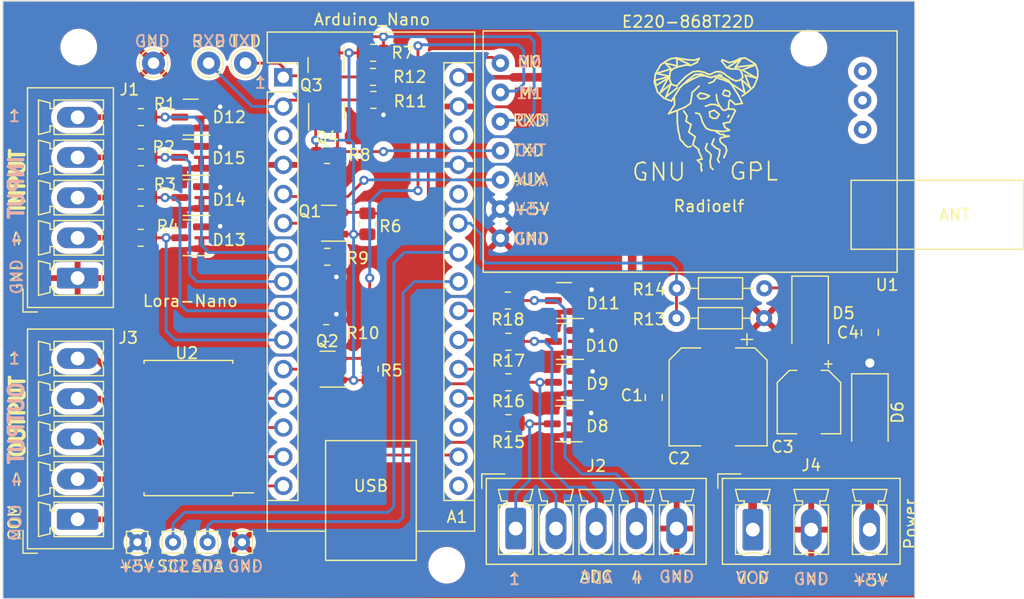
<source format=kicad_pcb>
(kicad_pcb (version 20221018) (generator pcbnew)
  (layers (0 "F.Cu" signal) (31 "B.Cu" signal) (34 "B.Paste" user) (35 "F.Paste" user) (36 "B.SilkS" user "B.Silkscreen") (37 "F.SilkS" user "F.Silkscreen") (38 "B.Mask" user) (39 "F.Mask" user) (44 "Edge.Cuts" user))
  (net 0 "")
  (net 1 "Net-(A1-TX1)")
  (net 2 "Net-(A1-RX1)")
  (net 4 "GND")
  (net 5 "Net-(A1-D2)")
  (net 6 "Net-(A1-D3)")
  (net 7 "Net-(A1-D4)")
  (net 8 "Net-(A1-D5)")
  (net 9 "Net-(A1-D6)")
  (net 10 "Net-(A1-D7)")
  (net 11 "Net-(A1-D8)")
  (net 12 "Net-(A1-D9)")
  (net 13 "Net-(A1-D10)")
  (net 15 "+3V3")
  (net 17 "Net-(A1-A0)")
  (net 18 "Net-(A1-A1)")
  (net 19 "Net-(A1-A2)")
  (net 20 "Net-(A1-A3)")
  (net 21 "SDA")
  (net 22 "SCL")
  (net 23 "Net-(A1-A6)")
  (net 25 "+5V")
  (net 27 "VDC")
  (net 28 "Net-(D5-K)")
  (net 29 "Net-(D6-A)")
  (net 30 "Net-(D8-K)")
  (net 31 "Net-(D9-K)")
  (net 32 "Net-(D10-K)")
  (net 33 "Net-(D11-K)")
  (net 34 "Net-(J1-Pin_2)")
  (net 35 "Net-(J1-Pin_3)")
  (net 36 "Net-(J1-Pin_4)")
  (net 37 "Net-(J1-Pin_5)")
  (net 38 "Net-(J3-Pin_2)")
  (net 39 "Net-(J3-Pin_3)")
  (net 40 "Net-(J3-Pin_4)")
  (net 41 "Net-(J3-Pin_5)")
  (net 42 "Net-(Q1-S)")
  (net 43 "Net-(Q2-S)")
  (net 44 "Net-(Q3-S)")
  (net 45 "Net-(Q4-S)")
  (net 49 "Net-(A1-MOSI)")
  (net 50 "Net-(A1-MISO)")
  (net 51 "Net-(J3-Pin_1)")
  (footprint "Package_SO:SOIC-18W_7.5x11.6mm_P1.27mm" (layer "F.Cu") (at 125.8385 110.462572 180)
    (fp_text reference "U2")
    (fp_text value "ULN2803A")
  )
  (footprint "Resistor_SMD:R_0805_2012Metric" (layer "F.Cu") (at 153.6125 99.366572 180)
    (fp_text reference "R18")
    (fp_text value "300")
  )
  (footprint "MountingHole:MountingHole_2.7mm" (layer "F.Cu") (at 179.8 77.4)
    (fp_text reference "REF**" hide)
    (fp_text value "2.7mm" hide)
  )
  (footprint "Package_TO_SOT_SMD:SOT-23" (layer "F.Cu") (at 158.4135 110.095572 180)
    (fp_text reference "D8")
    (fp_text value "BAV199")
  )
  (footprint "Package_TO_SOT_SMD:SOT-23" (layer "F.Cu") (at 138.0635 92.635572 180)
    (fp_text reference "Q1")
    (fp_text value "BSS138")
  )
  (footprint "Package_TO_SOT_SMD:SOT-23" (layer "F.Cu") (at 126 86.9 180)
    (fp_text reference "D15")
    (fp_text value "BAV199")
  )
  (footprint "Package_TO_SOT_SMD:SOT-23" (layer "F.Cu") (at 126.0285 83.4 180)
    (fp_text reference "D12")
    (fp_text value "BAV199")
  )
  (footprint "Connector_Phoenix_MC:PhoenixContact_MCV_1,5_5-G-3.5_1x05_P3.50mm_Vertical" (layer "F.Cu") (at 154.3 119.208572)
    (fp_text reference "J2")
    (fp_text value "ADC")
  )
  (footprint "Connector_Phoenix_MC:PhoenixContact_MCV_1,5_5-G-3.5_1x05_P3.50mm_Vertical" (layer "F.Cu") (at 116.2 118.408572 90)
    (fp_text reference "J3")
    (fp_text value "Output")
  )
  (footprint "Resistor_THT:R_Axial_DIN0204_L3.6mm_D1.6mm_P7.62mm_Horizontal" (layer "F.Cu") (at 175.92 98.3 180)
    (fp_text reference "R14")
    (fp_text value "220K 1%")
  )
  (footprint "Resistor_SMD:R_0805_2012Metric" (layer "F.Cu") (at 141.6 105.312072 90)
    (fp_text reference "R5")
    (fp_text value "10K")
  )
  (footprint "Package_TO_SOT_SMD:SOT-23" (layer "F.Cu") (at 158.5105 106.478572 180)
    (fp_text reference "D9")
    (fp_text value "BAV199")
  )
  (footprint "Connector_Pin:Pin_D0.7mm_L6.5mm_W1.8mm_FlatFork" (layer "F.Cu") (at 127.5 120.4)
    (fp_text reference "SDA")
    (fp_text value "Pin_D0.7mm_L6.5mm_W1.8mm_FlatFork" hide)
  )
  (footprint "Package_TO_SOT_SMD:SOT-23" (layer "F.Cu") (at 137.9365 105.335572 180)
    (fp_text reference "Q2")
    (fp_text value "BSS138")
  )
  (footprint "Capacitor_SMD:C_0805_2012Metric" (layer "F.Cu") (at 166.3 107.8 -90)
    (fp_text reference "C1")
    (fp_text value "100nF" hide)
  )
  (footprint "Resistor_SMD:R_0805_2012Metric" (layer "F.Cu") (at 141.8875 79.9 180)
    (fp_text reference "R12")
    (fp_text value "10K")
  )
  (footprint "Resistor_SMD:R_0805_2012Metric" (layer "F.Cu") (at 141.4 92.6875 90)
    (fp_text reference "R6")
    (fp_text value "10K")
  )
  (footprint "Package_TO_SOT_SMD:SOT-23" (layer "F.Cu") (at 137.8 78.8625 -90)
    (fp_text reference "Q3")
    (fp_text value "BSS138")
  )
  (footprint "Connector_Pin:Pin_D1.0mm_L10.0mm" (layer "F.Cu") (at 122.8 78.7)
    (fp_text reference "GND")
    (fp_text value "Pin_D1.0mm_L10.0mm" hide)
  )
  (footprint "Resistor_THT:R_Axial_DIN0204_L3.6mm_D1.6mm_P7.62mm_Horizontal" (layer "F.Cu") (at 175.9 100.9 180)
    (fp_text reference "R13")
    (fp_text value "100K 1%")
  )
  (footprint "Resistor_SMD:R_0805_2012Metric" (layer "F.Cu") (at 153.6595 102.951572 180)
    (fp_text reference "R17")
    (fp_text value "300")
  )
  (footprint "Resistor_SMD:R_0805_2012Metric" (layer "F.Cu") (at 153.6595 106.478572 180)
    (fp_text reference "R16")
    (fp_text value "300")
  )
  (footprint "Package_TO_SOT_SMD:SOT-23" (layer "F.Cu") (at 137.85 82.8625 90)
    (fp_text reference "Q4")
    (fp_text value "BSS138")
  )
  (footprint "Resistor_SMD:R_0805_2012Metric" (layer "F.Cu") (at 137.9115 95.556572)
    (fp_text reference "R9")
    (fp_text value "10K")
  )
  (footprint "MountingHole:MountingHole_2.7mm" (layer "F.Cu") (at 116.3 77.3)
    (fp_text reference "REF**" hide)
    (fp_text value "2.7mm" hide)
  )
  (footprint "Resistor_SMD:R_0805_2012Metric" (layer "F.Cu") (at 141.9285 81.9 180)
    (fp_text reference "R11")
    (fp_text value "10K")
  )
  (footprint "Diode_SMD:D_2010_5025Metric_Pad1.52x2.65mm_HandSolder" (layer "F.Cu") (at 179.9 100.6 -90)
    (fp_text reference "D5")
    (fp_text value "STPS1L30A")
  )
  (footprint "Symbol:Symbol_GNU-Logo_SilkscreenTop" (layer "F.Cu") (at 171.1 82)
    (fp_text reference "REF**" hide)
    (fp_text value "Radioelf")
  )
  (footprint "Connector_Phoenix_MC_HighVoltage:PhoenixContact_MCV_1,5_3-G-5.08_1x03_P5.08mm_Vertical" (layer "F.Cu") (at 174.92 119.305572)
    (fp_text reference "J4")
    (fp_text value "Power")
  )
  (footprint "Package_TO_SOT_SMD:SOT-23" (layer "F.Cu") (at 126.0285 90.4 180)
    (fp_text reference "D14")
    (fp_text value "BAV199")
  )
  (footprint "Resistor_SMD:R_0805_2012Metric" (layer "F.Cu") (at 121.7125 86.9)
    (fp_text reference "R2")
    (fp_text value "22K")
  )
  (footprint "Diode_SMD:D_2010_5025Metric_Pad1.52x2.65mm_HandSolder" (layer "F.Cu") (at 185.1 109.1 -90)
    (fp_text reference "D6")
    (fp_text value "STPS1L30A")
  )
  (footprint "Resistor_SMD:R_0805_2012Metric" (layer "F.Cu") (at 141.9 77.8)
    (fp_text reference "R7")
    (fp_text value "10K")
  )
  (footprint "MountingHole:MountingHole_2.7mm" (layer "F.Cu") (at 148.3 122.4)
    (fp_text reference "REF**" hide)
    (fp_text value "2.7mm" hide)
  )
  (footprint "Connector_Pin:Pin_D0.7mm_L6.5mm_W1.8mm_FlatFork" (layer "F.Cu") (at 121.4 120.4)
    (fp_text reference "+5V")
    (fp_text value "Pin_D0.7mm_L6.5mm_W1.8mm_FlatFork" hide)
  )
  (footprint "Connector_Pin:Pin_D1.0mm_L10.0mm" (layer "F.Cu") (at 130.8 78.7)
    (fp_text reference "TXD")
    (fp_text value "Pin_D1.0mm_L10.0mm" hide)
  )
  (footprint "Package_TO_SOT_SMD:SOT-23" (layer "F.Cu") (at 158.5105 99.366572 180)
    (fp_text reference "D11")
    (fp_text value "BAV199")
  )
  (footprint "Resistor_SMD:R_0805_2012Metric" (layer "F.Cu") (at 137.8875 86.7)
    (fp_text reference "R8")
    (fp_text value "10K")
  )
  (footprint "Package_TO_SOT_SMD:SOT-23" (layer "F.Cu") (at 158.5105 102.922572 180)
    (fp_text reference "D10")
    (fp_text value "BAV199")
  )
  (footprint "Connector_Phoenix_MC:PhoenixContact_MCV_1,5_5-G-3.5_1x05_P3.50mm_Vertical" (layer "F.Cu") (at 116.2 97.408572 90)
    (fp_text reference "J1")
    (fp_text value "Input")
  )
  (footprint "Resistor_SMD:R_0805_2012Metric" (layer "F.Cu") (at 153.6595 110.034572 180)
    (fp_text reference "R15")
    (fp_text value "300")
  )
  (footprint "Capacitor_SMD:C_0805_2012Metric" (layer "F.Cu") (at 185.1 102.15 90)
    (fp_text reference "C4")
    (fp_text value "100nF")
  )
  (footprint "Capacitor_SMD:CP_Elec_8x6.2" (layer "F.Cu") (at 171.9 107.75 -90)
    (fp_text reference "C2")
    (fp_text value "220uF")
  )
  (footprint "Module:E32-xxxT20D-E220" (layer "F.Cu") (at 151.467 75.9)
    (fp_text reference "U1")
    (fp_text value "E220-868T22D")
  )
  (footprint "Package_TO_SOT_SMD:SOT-23" (layer "F.Cu") (at 126.0285 93.9 180)
    (fp_text reference "D13")
    (fp_text value "BAV199")
  )
  (footprint "Connector_Pin:Pin_D0.7mm_L6.5mm_W1.8mm_FlatFork" (layer "F.Cu") (at 130.5 120.4)
    (fp_text reference "GND")
    (fp_text value "Pin_D0.7mm_L6.5mm_W1.8mm_FlatFork" hide)
  )
  (footprint "Resistor_SMD:R_0805_2012Metric" (layer "F.Cu") (at 121.6875 93.9)
    (fp_text reference "R4")
    (fp_text value "22K")
  )
  (footprint "Connector_Pin:Pin_D0.7mm_L6.5mm_W1.8mm_FlatFork" (layer "F.Cu") (at 124.5 120.4)
    (fp_text reference "SCL")
    (fp_text value "Pin_D0.7mm_L6.5mm_W1.8mm_FlatFork" hide)
  )
  (footprint "Connector_Pin:Pin_D1.0mm_L10.0mm" (layer "F.Cu") (at 127.6 78.7)
    (fp_text reference "RXD")
    (fp_text value "Pin_D1.0mm_L10.0mm" hide)
  )
  (footprint "Resistor_SMD:R_0805_2012Metric" (layer "F.Cu") (at 137.8125 102.2)
    (fp_text reference "R10")
    (fp_text value "10K")
  )
  (footprint "Resistor_SMD:R_0805_2012Metric" (layer "F.Cu") (at 121.6875 90.4)
    (fp_text reference "R3")
    (fp_text value "22K")
  )
  (footprint "Module:Arduino_Nano" (layer "F.Cu") (at 134.088 79.935572)
    (fp_text reference "A1")
    (fp_text value "Arduino_Nano")
  )
  (footprint "Resistor_SMD:R_0805_2012Metric" (layer "F.Cu") (at 121.7 83.4)
    (fp_text reference "R1")
    (fp_text value "22K")
  )
  (footprint "Capacitor_SMD:CP_Elec_5x5.9" (layer "F.Cu") (at 179.8 108.2 -90)
    (fp_text reference "C3")
    (fp_text value "220uF")
  )
  (gr_line (start 140.2 106.3) (end 141.7 106.3) (stroke (width 0.2)) (layer "F.Cu"))
  (gr_rect (start 109.7 73.3) (end 189 125.3) (stroke (width 0.1)) (fill none) (layer "Edge.Cuts"))
  (gr_text "RXD" (at 127.6 76.8) (layer "B.SilkS") (effects (font (size 1 1)) (justify mirror)))
  (gr_text "4" (at 164.9 123.5) (layer "B.SilkS") (effects (font (size 1 1)) (justify mirror)))
  (gr_text "VCD" (at 174.9 123.5) (layer "B.SilkS") (effects (font (size 1 1)) (justify mirror)))
  (gr_text "INPUT" (at 111.6 86.6 90) (layer "B.SilkS") (effects (font (size 1.25 1.25) (thickness 0.3) bold) (justify left bottom mirror)))
  (gr_text "AUX" (at 155.7 88.9) (layer "B.SilkS") (effects (font (size 1 1)) (justify mirror)))
  (gr_text "GND" (at 110.9 97.3 90) (layer "B.SilkS") (effects (font (size 1 1)) (justify mirror)))
  (gr_text "+5V" (at 155.8 91.4) (layer "B.SilkS") (effects (font (size 1 1)) (justify mirror)))
  (gr_text "GND" (at 155.6 94) (layer "B.SilkS") (effects (font (size 1 1)) (justify mirror)))
  (gr_text "ADC" (at 161.3 123.5) (layer "B.SilkS") (effects (font (size 1 1)) (justify mirror)))
  (gr_text "RXD" (at 155.8 83.7) (layer "B.SilkS") (effects (font (size 1 1)) (justify mirror)))
  (gr_text "GND" (at 168.3 123.4) (layer "B.SilkS") (effects (font (size 1 1)) (justify mirror)))
  (gr_text "GND" (at 122.7 76.8) (layer "B.SilkS") (effects (font (size 1 1)) (justify mirror)))
  (gr_text "OUTPUT" (at 111.6 106.3 90) (layer "B.SilkS") (effects (font (size 1.25 1.25) (thickness 0.3) bold) (justify left bottom mirror)))
  (gr_text "M1" (at 155.4 81.3) (layer "B.SilkS") (effects (font (size 1 1)) (justify mirror)))
  (gr_text "+5V" (at 121.5 122.5) (layer "B.SilkS") (effects (font (size 1 1)) (justify mirror)))
  (gr_text "TXD" (at 130.6 76.8) (layer "B.SilkS") (effects (font (size 1 1)) (justify mirror)))
  (gr_text "M0" (at 155.5 78.6) (layer "B.SilkS") (effects (font (size 1 1)) (justify mirror)))
  (gr_text "1" (at 110.7 83.3) (layer "B.SilkS") (effects (font (size 1 1)) (justify mirror)))
  (gr_text "4" (at 110.9 115) (layer "B.SilkS") (effects (font (size 1 1)) (justify mirror)))
  (gr_text "TXD" (at 155.6 86.3) (layer "B.SilkS") (effects (font (size 1 1)) (justify mirror)))
  (gr_text "COM" (at 110.8 118.7 90) (layer "B.SilkS") (effects (font (size 1 1)) (justify mirror)))
  (gr_text "SCL" (at 124.5 122.5) (layer "B.SilkS") (effects (font (size 1 1)) (justify mirror)))
  (gr_text "GND" (at 180 123.6) (layer "B.SilkS") (effects (font (size 1 1)) (justify mirror)))
  (gr_text "4" (at 110.9 94.1) (layer "B.SilkS") (effects (font (size 1 1)) (justify mirror)))
  (gr_text "+5V" (at 185.3 123.7) (layer "B.SilkS") (effects (font (size 1 1)) (justify mirror)))
  (gr_text "1" (at 154.2 123.6) (layer "B.SilkS") (effects (font (size 1 1)) (justify mirror)))
  (gr_text "1" (at 110.7 104.4) (layer "B.SilkS") (effects (font (size 1 1)) (justify mirror)))
  (gr_text "1" (at 132.1 80.4) (layer "B.SilkS") (effects (font (size 1 1)) (justify mirror)))
  (gr_text "AUX" (at 155.4 88.8) (layer "F.SilkS") (effects (font (size 1 1))))
  (gr_text "GND" (at 180 123.608572) (layer "F.SilkS") (effects (font (size 1 1))))
  (gr_text "M0" (at 155.5 78.6) (layer "F.SilkS") (effects (font (size 1 1))))
  (gr_text "1" (at 110.7 104.4) (layer "F.SilkS") (effects (font (size 1 1))))
  (gr_text "M1" (at 155.6 81.3) (layer "F.SilkS") (effects (font (size 1 1))))
  (gr_text "+5V" (at 185.1 123.708572) (layer "F.SilkS") (effects (font (size 1 1))))
  (gr_text "INPUT" (at 111.7 91.8 90) (layer "F.SilkS") (effects (font (size 1.25 1.25) (thickness 0.3) bold) (justify left bottom)))
  (gr_text "VCD" (at 174.9 123.508572) (layer "F.SilkS") (effects (font (size 1 1))))
  (gr_text "RXD" (at 155.5 83.7) (layer "F.SilkS") (effects (font (size 1 1))))
  (gr_text "GND" (at 168.3 123.408572) (layer "F.SilkS") (effects (font (size 1 1))))
  (gr_text "GND" (at 155.7 94) (layer "F.SilkS") (effects (font (size 1 1))))
  (gr_text "TXD" (at 155.4 86.3) (layer "F.SilkS") (effects (font (size 1 1))))
  (gr_text "4" (at 164.8 123.5) (layer "F.SilkS") (effects (font (size 1 1))))
  (gr_text "OUTPUT" (at 111.7 113.2 90) (layer "F.SilkS") (effects (font (size 1.25 1.25) (thickness 0.3) bold) (justify left bottom)))
  (gr_text "4" (at 110.9 94) (layer "F.SilkS") (effects (font (size 1 1))))
  (gr_text "1" (at 110.7 83.3) (layer "F.SilkS") (effects (font (size 1 1))))
  (gr_text "Lora-Nano" (at 126 99.4) (layer "F.SilkS") (effects (font (size 1 1))))
  (gr_text "1" (at 154.2 123.6) (layer "F.SilkS") (effects (font (size 1 1))))
  (gr_text "GND" (at 110.9 97.3 90) (layer "F.SilkS") (effects (font (size 1 1))))
  (gr_text "1" (at 132.1 80.4) (layer "F.SilkS") (effects (font (size 1 1))))
  (gr_text "COM" (at 110.7 118.7 90) (layer "F.SilkS") (effects (font (size 1 1))))
  (gr_text "4" (at 110.9 115) (layer "F.SilkS") (effects (font (size 1 1))))
  (gr_text "+5V" (at 155.7 91.4) (layer "F.SilkS") (effects (font (size 1 1))))
  (segment (start 133.7 78.7) (end 134.088 79.088) (width 0.25) (layer "F.Cu") (net 1))
  (segment (start 130.5 78.7) (end 133.7 78.7) (width 0.25) (layer "F.Cu") (net 1))
  (segment (start 137.8 79.8) (end 134.223572 79.8) (width 0.25) (layer "F.Cu") (net 1))
  (segment (start 134.088 79.088) (end 134.088 79.935572) (width 0.25) (layer "F.Cu") (net 1))
  (segment (start 134.223572 79.8) (end 134.088 79.935572) (width 0.25) (layer "F.Cu") (net 1))
  (segment (start 140.975 79.9) (end 137.9 79.9) (width 0.25) (layer "F.Cu") (net 1))
  (segment (start 137.9 79.9) (end 137.8 79.8) (width 0.25) (layer "F.Cu") (net 1))
  (segment (start 137.875 81.9) (end 137.85 81.925) (width 0.25) (layer "F.Cu") (net 2))
  (segment (start 134.638572 81.925) (end 134.088 82.475572) (width 0.25) (layer "F.Cu") (net 2))
  (segment (start 137.85 81.925) (end 134.638572 81.925) (width 0.25) (layer "F.Cu") (net 2))
  (segment (start 141.016 81.9) (end 137.875 81.9) (width 0.25) (layer "F.Cu") (net 2))
  (segment (start 127.6 78.7) (end 131.375572 82.475572) (width 0.25) (layer "B.Cu") (net 2))
  (segment (start 131.375572 82.475572) (end 134.088 82.475572) (width 0.25) (layer "B.Cu") (net 2))
  (segment (start 148.25 111.708572) (end 150.55 111.708572) (width 0.25) (layer "F.Cu") (net 4))
  (segment (start 148.15 106.608572) (end 150.45 106.608572) (width 0.25) (layer "F.Cu") (net 4))
  (segment (start 133 99.008572) (end 135.3 99.008572) (width 0.25) (layer "F.Cu") (net 4))
  (segment (start 132.95 104.108572) (end 135.25 104.108572) (width 0.25) (layer "F.Cu") (net 4))
  (segment (start 148.15 99.008572) (end 150.45 99.008572) (width 0.25) (layer "F.Cu") (net 4))
  (segment (start 132.8 93.908572) (end 135.1 93.908572) (width 0.25) (layer "F.Cu") (net 4))
  (segment (start 151.85 82.5) (end 154.15 82.5) (width 0.25) (layer "F.Cu") (net 4))
  (segment (start 141.1 88.9) (end 139.7 90.308572) (width 0.25) (layer "F.Cu") (net 5))
  (segment (start 139.7 90.308572) (end 134.301 90.308572) (width 0.25) (layer "F.Cu") (net 5))
  (segment (start 134.301 90.308572) (end 134.088 90.095572) (width 0.25) (layer "F.Cu") (net 5))
  (via (at 141.1 88.9) (size 0.8) (drill 0.4) (layers "F.Cu" "B.Cu") (net 5))
  (segment (start 141.14 88.86) (end 141.1 88.9) (width 0.25) (layer "B.Cu") (net 5))
  (segment (start 152.967 88.86) (end 141.14 88.86) (width 0.25) (layer "B.Cu") (net 5))
  (segment (start 136.999 95.556572) (end 136.999 92.762572) (width 0.25) (layer "F.Cu") (net 6))
  (segment (start 136.999 92.762572) (end 137.126 92.635572) (width 0.25) (layer "F.Cu") (net 6))
  (segment (start 137.126 92.635572) (end 134.088 92.635572) (width 0.25) (layer "F.Cu") (net 6))
  (segment (start 125.091 83.4) (end 123.8 83.4) (width 0.25) (layer "F.Cu") (net 7))
  (segment (start 123.8 83.4) (end 122.6125 83.4) (width 0.25) (layer "F.Cu") (net 7))
  (via (at 123.8 83.4) (size 0.8) (drill 0.4) (layers "F.Cu" "B.Cu") (net 7))
  (segment (start 123.8 83.4) (end 126.4 83.4) (width 0.25) (layer "B.Cu") (net 7))
  (segment (start 126.966 89.587572) (end 126.966 83.966) (width 0.25) (layer "B.Cu") (net 7))
  (segment (start 126.966 83.966) (end 126.8 83.8) (width 0.25) (layer "B.Cu") (net 7))
  (segment (start 126.4 83.4) (end 126.8 83.8) (width 0.25) (layer "B.Cu") (net 7))
  (segment (start 126.966 94.540572) (end 126.966 89.587572) (width 0.25) (layer "B.Cu") (net 7))
  (segment (start 127.601 95.175572) (end 126.966 94.540572) (width 0.25) (layer "B.Cu") (net 7))
  (segment (start 134.088 95.175572) (end 127.601 95.175572) (width 0.25) (layer "B.Cu") (net 7))
  (segment (start 123.8 86.9) (end 122.625 86.9) (width 0.25) (layer "F.Cu") (net 8))
  (segment (start 125.0625 86.9) (end 123.8 86.9) (width 0.25) (layer "F.Cu") (net 8))
  (via (at 123.8 86.9) (size 0.8) (drill 0.4) (layers "F.Cu" "B.Cu") (net 8))
  (segment (start 125.95 97.080572) (end 125.95 87.35) (width 0.25) (layer "B.Cu") (net 8))
  (segment (start 134.088 97.715572) (end 126.585 97.715572) (width 0.25) (layer "B.Cu") (net 8))
  (segment (start 125.5 86.9) (end 123.8 86.9) (width 0.25) (layer "B.Cu") (net 8))
  (segment (start 126.585 97.715572) (end 125.95 97.080572) (width 0.25) (layer "B.Cu") (net 8))
  (segment (start 125.95 87.35) (end 125.5 86.9) (width 0.25) (layer "B.Cu") (net 8))
  (segment (start 123.8 90.4) (end 122.6 90.4) (width 0.25) (layer "F.Cu") (net 9))
  (segment (start 125.091 90.4) (end 123.8 90.4) (width 0.25) (layer "F.Cu") (net 9))
  (via (at 123.8 90.4) (size 0.8) (drill 0.4) (layers "F.Cu" "B.Cu") (net 9))
  (segment (start 125.1 99.655572) (end 125.7 100.255572) (width 0.25) (layer "B.Cu") (net 9))
  (segment (start 134.088 100.255572) (end 125.7 100.255572) (width 0.25) (layer "B.Cu") (net 9))
  (segment (start 124.6 90.4) (end 125.1 90.9) (width 0.25) (layer "B.Cu") (net 9))
  (segment (start 123.8 90.4) (end 124.6 90.4) (width 0.25) (layer "B.Cu") (net 9))
  (segment (start 125.1 90.9) (end 125.1 99.655572) (width 0.25) (layer "B.Cu") (net 9))
  (segment (start 123.9 93.9) (end 122.6 93.9) (width 0.25) (layer "F.Cu") (net 10))
  (segment (start 125.091 93.9) (end 123.9 93.9) (width 0.25) (layer "F.Cu") (net 10))
  (via (at 123.9 93.9) (size 0.8) (drill 0.4) (layers "F.Cu" "B.Cu") (net 10))
  (segment (start 123.9 93.9) (end 123.9 102.015572) (width 0.25) (layer "B.Cu") (net 10))
  (segment (start 124.68 102.795572) (end 124.292214 102.407786) (width 0.25) (layer "B.Cu") (net 10))
  (segment (start 134.088 102.795572) (end 124.68 102.795572) (width 0.25) (layer "B.Cu") (net 10))
  (segment (start 123.9 102.015572) (end 124.292214 102.407786) (width 0.25) (layer "B.Cu") (net 10))
  (segment (start 136.999 105.335572) (end 134.088 105.335572) (width 0.25) (layer "F.Cu") (net 11))
  (segment (start 136.9 102.2) (end 136.9 105.236572) (width 0.25) (layer "F.Cu") (net 11))
  (segment (start 136.9 105.236572) (end 136.999 105.335572) (width 0.25) (layer "F.Cu") (net 11))
  (segment (start 134.088 107.875572) (end 130.5355 107.875572) (width 0.25) (layer "F.Cu") (net 12))
  (segment (start 130.4885 106.652572) (end 130.4885 107.922572) (width 0.25) (layer "F.Cu") (net 12))
  (segment (start 130.5355 107.875572) (end 130.4885 107.922572) (width 0.25) (layer "F.Cu") (net 12))
  (segment (start 130.5355 110.415572) (end 130.4885 110.462572) (width 0.25) (layer "F.Cu") (net 13))
  (segment (start 130.4885 109.192572) (end 130.4885 110.462572) (width 0.25) (layer "F.Cu") (net 13))
  (segment (start 134.088 110.415572) (end 130.5355 110.415572) (width 0.25) (layer "F.Cu") (net 13))
  (segment (start 140.284 106.224572) (end 140.2 106.308572) (width 0.25) (layer "F.Cu") (net 15))
  (segment (start 140.2 93.6) (end 139.977 93.585572) (width 0.25) (layer "F.Cu") (net 15))
  (segment (start 136.975 86.7) (end 136.975 85.483572) (width 0.25) (layer "F.Cu") (net 15))
  (segment (start 141.6 111.708572) (end 142.045714 112.154286) (width 0.25) (layer "F.Cu") (net 15))
  (segment (start 149.181 112.808572) (end 142.7 112.808572) (width 0.25) (layer "F.Cu") (net 15))
  (segment (start 140.2 106.308572) (end 140.116 106.224572) (width 0.25) (layer "F.Cu") (net 15))
  (segment (start 139.8 77.808572) (end 140.105 77.903572) (width 0.25) (layer "F.Cu") (net 15))
  (segment (start 136.975 85.483572) (end 136.9 85.408572) (width 0.25) (layer "F.Cu") (net 15))
  (segment (start 140.116 106.224572) (end 138.935 106.224572) (width 0.25) (layer "F.Cu") (net 15))
  (segment (start 136.9 85.408572) (end 136.9 83.8) (width 0.25) (layer "F.Cu") (net 15))
  (segment (start 141.4 93.6) (end 140.2 93.6) (width 0.25) (layer "F.Cu") (net 15))
  (segment (start 141.6 106.224572) (end 141.6 111.708572) (width 0.25) (layer "F.Cu") (net 15))
  (segment (start 139.8 77.808572) (end 138.866428 77.808572) (width 0.25) (layer "F.Cu") (net 15))
  (segment (start 138.866428 77.808572) (end 138.75 77.925) (width 0.25) (layer "F.Cu") (net 15))
  (segment (start 138.935 106.224572) (end 138.874 106.285572) (width 0.25) (layer "F.Cu") (net 15))
  (segment (start 139.977 93.585572) (end 139.001 93.585572) (width 0.25) (layer "F.Cu") (net 15))
  (segment (start 140.978928 77.808572) (end 140.9875 77.8) (width 0.25) (layer "F.Cu") (net 15))
  (segment (start 149.328 112.955572) (end 149.181 112.808572) (width 0.25) (layer "F.Cu") (net 15))
  (segment (start 142.7 112.808572) (end 142.045714 112.154286) (width 0.25) (layer "F.Cu") (net 15))
  (segment (start 136.952 86.539572) (end 136.952 87.060572) (width 0.25) (layer "F.Cu") (net 15))
  (segment (start 139.8 77.808572) (end 140.978928 77.808572) (width 0.25) (layer "F.Cu") (net 15))
  (via (at 136.9 85.408572) (size 0.8) (drill 0.4) (layers "F.Cu" "B.Cu") (net 15))
  (via (at 140.2 93.6) (size 0.8) (drill 0.4) (layers "F.Cu" "B.Cu") (net 15))
  (via (at 139.8 77.808572) (size 0.8) (drill 0.4) (layers "F.Cu" "B.Cu") (net 15))
  (via (at 140.2 106.308572) (size 0.8) (drill 0.4) (layers "F.Cu" "B.Cu") (net 15))
  (segment (start 139.9 85.408572) (end 139.908572 85.408572) (width 0.25) (layer "B.Cu") (net 15))
  (segment (start 136.9 85.408572) (end 139.9 85.408572) (width 0.25) (layer "B.Cu") (net 15))
  (segment (start 140.2 85.7) (end 140.2 93.6) (width 0.25) (layer "B.Cu") (net 15))
  (segment (start 139.8 77.808572) (end 139.8 85.308572) (width 0.25) (layer "B.Cu") (net 15))
  (segment (start 140.2 106.308572) (end 140.2 93.6) (width 0.25) (layer "B.Cu") (net 15))
  (segment (start 139.908572 85.408572) (end 140.2 85.7) (width 0.25) (layer "B.Cu") (net 15))
  (segment (start 139.8 85.308572) (end 139.9 85.408572) (width 0.25) (layer "B.Cu") (net 15))
  (segment (start 150.588 107.875572) (end 149.328 107.875572) (width 0.25) (layer "F.Cu") (net 17))
  (segment (start 152.747 110.034572) (end 150.588 107.875572) (width 0.25) (layer "F.Cu") (net 17))
  (segment (start 152.747 106.478572) (end 152.112 106.478572) (width 0.25) (layer "F.Cu") (net 18))
  (segment (start 152.112 106.478572) (end 150.969 105.335572) (width 0.25) (layer "F.Cu") (net 18))
  (segment (start 150.969 105.335572) (end 149.328 105.335572) (width 0.25) (layer "F.Cu") (net 18))
  (segment (start 152.747 102.951572) (end 152.591 102.795572) (width 0.25) (layer "F.Cu") (net 19))
  (segment (start 152.591 102.795572) (end 149.328 102.795572) (width 0.25) (layer "F.Cu") (net 19))
  (segment (start 149.328 100.255572) (end 150.715 100.255572) (width 0.25) (layer "F.Cu") (net 20))
  (segment (start 150.715 100.255572) (end 151.604 99.366572) (width 0.25) (layer "F.Cu") (net 20))
  (segment (start 151.604 99.366572) (end 152.7 99.366572) (width 0.25) (layer "F.Cu") (net 20))
  (segment (start 144.5 117.8) (end 144.5 98.7) (width 0.25) (layer "B.Cu") (net 21))
  (segment (start 127.9 118.6) (end 144.1 118.6) (width 0.25) (layer "B.Cu") (net 21))
  (segment (start 144.5 117.8) (end 144.5 118.2) (width 0.25) (layer "B.Cu") (net 21))
  (segment (start 145.484428 97.715572) (end 149.328 97.715572) (width 0.25) (layer "B.Cu") (net 21))
  (segment (start 144.5 98.7) (end 145.484428 97.715572) (width 0.25) (layer "B.Cu") (net 21))
  (segment (start 127.5 119) (end 127.9 118.6) (width 0.25) (layer "B.Cu") (net 21))
  (segment (start 144.1 118.6) (end 144.5 118.2) (width 0.25) (layer "B.Cu") (net 21))
  (segment (start 127.5 120.4) (end 127.5 119) (width 0.25) (layer "B.Cu") (net 21))
  (segment (start 143.7 96.1) (end 143.7 117.3) (width 0.25) (layer "B.Cu") (net 22))
  (segment (start 143.2 117.8) (end 125.5 117.8) (width 0.25) (layer "B.Cu") (net 22))
  (segment (start 149.328 95.175572) (end 144.624428 95.175572) (width 0.25) (layer "B.Cu") (net 22))
  (segment (start 144.624428 95.175572) (end 143.7 96.1) (width 0.25) (layer "B.Cu") (net 22))
  (segment (start 143.7 117.3) (end 143.2 117.8) (width 0.25) (layer "B.Cu") (net 22))
  (segment (start 124.5 118.8) (end 124.5 120.4) (width 0.25) (layer "B.Cu") (net 22))
  (segment (start 125.5 117.8) (end 124.5 118.8) (width 0.25) (layer "B.Cu") (net 22))
  (segment (start 168.28 98.3) (end 168.28 100.88) (width 0.25) (layer "F.Cu") (net 23))
  (segment (start 168.28 100.88) (end 168.3 100.9) (width 0.25) (layer "F.Cu") (net 23))
  (segment (start 150.335572 92.635572) (end 151.3 93.6) (width 0.25) (layer "B.Cu") (net 23))
  (segment (start 149.328 92.635572) (end 150.335572 92.635572) (width 0.25) (layer "B.Cu") (net 23))
  (segment (start 151.3 93.6) (end 151.3 95.7) (width 0.25) (layer "B.Cu") (net 23))
  (segment (start 168.28 98.3) (end 168.28 96.58) (width 0.25) (layer "B.Cu") (net 23))
  (segment (start 151.3 95.7) (end 151.7 96.1) (width 0.25) (layer "B.Cu") (net 23))
  (segment (start 151.7 96.1) (end 167.8 96.1) (width 0.25) (layer "B.Cu") (net 23))
  (segment (start 168.28 96.58) (end 167.8 96.1) (width 0.25) (layer "B.Cu") (net 23))
  (segment (start 127.016 92.9) (end 126.966 92.95) (width 0.25) (layer "F.Cu") (net 25))
  (segment (start 160.9 101.972572) (end 161.036 101.972572) (width 0.25) (layer "F.Cu") (net 25))
  (segment (start 160.98 105.528572) (end 159.448 105.528572) (width 0.25) (layer "F.Cu") (net 25))
  (segment (start 138.7 97.308572) (end 138.7 95.680572) (width 0.25) (layer "F.Cu") (net 25))
  (segment (start 128.6 86) (end 126.9875 86) (width 0.25) (layer "F.Cu") (net 25))
  (segment (start 161.036 101.972572) (end 159.448 101.972572) (width 0.25) (layer "F.Cu") (net 25))
  (segment (start 142.8 79.9) (end 142.8 81.859) (width 0.25) (layer "F.Cu") (net 25))
  (segment (start 160.863 109.145572) (end 159.351 109.145572) (width 0.25) (layer "F.Cu") (net 25))
  (segment (start 142.8 83.2) (end 142.8 79.9) (width 0.25) (layer "F.Cu") (net 25))
  (segment (start 185 106) (end 185.1 105.9) (width 0.25) (layer "F.Cu") (net 25))
  (segment (start 126.9875 86) (end 126.9375 85.95) (width 0.25) (layer "F.Cu") (net 25))
  (segment (start 128.6 92.9) (end 127.016 92.9) (width 0.25) (layer "F.Cu") (net 25))
  (segment (start 128.6 82.5) (end 127.016 82.5) (width 0.25) (layer "F.Cu") (net 25))
  (segment (start 185.1 105.9) (end 185.1 106.7625) (width 0.75) (layer "F.Cu") (net 25))
  (segment (start 142.8 81.859) (end 142.841 81.9) (width 0.25) (layer "F.Cu") (net 25))
  (segment (start 127.016 89.5) (end 126.966 89.45) (width 0.25) (layer "F.Cu") (net 25))
  (segment (start 185.1 104.8) (end 185.1 105.9) (width 0.75) (layer "F.Cu") (net 25))
  (segment (start 138.725 100.575) (end 138.7 100.55) (width 0.25) (layer "F.Cu") (net 25))
  (segment (start 127.016 82.5) (end 126.966 82.45) (width 0.25) (layer "F.Cu") (net 25))
  (segment (start 185.8 106.6625) (end 185.9 106.7625) (width 0.75) (layer "F.Cu") (net 25))
  (segment (start 143.008 82.308572) (end 142.841 82.475572) (width 0.25) (layer "F.Cu") (net 25))
  (segment (start 160.992 98.416572) (end 159.448 98.416572) (width 0.25) (layer "F.Cu") (net 25))
  (segment (start 185.1 103.1) (end 185.1 104.8) (width 0.25) (layer "F.Cu") (net 25))
  (segment (start 138.725 102.2) (end 138.725 100.575) (width 0.25) (layer "F.Cu") (net 25))
  (segment (start 179.8 106) (end 185 106) (width 0.75) (layer "F.Cu") (net 25))
  (segment (start 128.6 89.5) (end 127.016 89.5) (width 0.25) (layer "F.Cu") (net 25))
  (segment (start 160.9 98.416572) (end 160.992 98.416572) (width 0.25) (layer "F.Cu") (net 25))
  (segment (start 138.7 95.680572) (end 138.824 95.556572) (width 0.25) (layer "F.Cu") (net 25))
  (via (at 160.863 109.145572) (size 0.8) (drill 0.4) (layers "F.Cu" "B.Cu") (net 25))
  (via (at 138.7 97.308572) (size 0.8) (drill 0.4) (layers "F.Cu" "B.Cu") (net 25))
  (via (at 142.8 83.2) (size 0.8) (drill 0.4) (layers "F.Cu" "B.Cu") (net 25))
  (via (at 160.9 101.972572) (size 0.8) (drill 0.4) (layers "F.Cu" "B.Cu") (net 25))
  (via (at 138.7 100.55) (size 0.8) (drill 0.4) (layers "F.Cu" "B.Cu") (net 25))
  (via (at 128.6 89.5) (size 0.8) (drill 0.4) (layers "F.Cu" "B.Cu") (net 25))
  (via (at 160.9 98.416572) (size 0.8) (drill 0.4) (layers "F.Cu" "B.Cu") (net 25))
  (via (at 128.6 92.9) (size 0.8) (drill 0.4) (layers "F.Cu" "B.Cu") (net 25))
  (via (at 128.6 82.5) (size 0.8) (drill 0.4) (layers "F.Cu" "B.Cu") (net 25))
  (via (at 160.98 105.528572) (size 0.8) (drill 0.4) (layers "F.Cu" "B.Cu") (net 25))
  (via (at 128.6 86) (size 0.8) (drill 0.4) (layers "F.Cu" "B.Cu") (net 25))
  (via (at 185.1 104.8) (size 1.6) (drill 0.8) (layers "F.Cu" "B.Cu") (net 25))
  (segment (start 148.3 91.408572) (end 150.3 91.408572) (width 0.25) (layer "B.Cu") (net 25))
  (segment (start 133.1 93.908572) (end 135.1 93.908572) (width 0.25) (layer "B.Cu") (net 25))
  (segment (start 152 85.1) (end 154 85.1) (width 0.25) (layer "B.Cu") (net 25))
  (segment (start 133.1 104.108572) (end 135.1 104.108572) (width 0.25) (layer "B.Cu") (net 25))
  (segment (start 133.1 99) (end 135.1 99) (width 0.25) (layer "B.Cu") (net 25))
  (segment (start 133.1 96.4) (end 135.1 96.4) (width 0.25) (layer "B.Cu") (net 25))
  (segment (start 148.3 99.008572) (end 150.3 99.008572) (width 0.25) (layer "B.Cu") (net 25))
  (segment (start 152.1 87.5) (end 154.1 87.5) (width 0.25) (layer "B.Cu") (net 25))
  (segment (start 179.9 102.9375) (end 175.7625 102.9375) (width 0.5) (layer "F.Cu") (net 27))
  (segment (start 166.3 104.8) (end 166.4 104.7) (width 0.25) (layer "F.Cu") (net 27))
  (segment (start 174.9 103.8) (end 174.9 105.4) (width 0.5) (layer "F.Cu") (net 27))
  (segment (start 174.92 119.305572) (end 174.9 119.285572) (width 0.25) (layer "F.Cu") (net 27))
  (segment (start 154.1 79.935572) (end 151.9 79.935572) (width 0.4) (layer "F.Cu") (net 27))
  (segment (start 171.9 104.7) (end 166.4 104.7) (width 0.75) (layer "F.Cu") (net 27))
  (segment (start 165.431 104.7) (end 164.431 103.7) (width 0.75) (layer "F.Cu") (net 27))
  (segment (start 164.431 81.078572) (end 164.431 103.7) (width 0.75) (layer "F.Cu") (net 27))
  (segment (start 175.7625 102.9375) (end 174.9 103.8) (width 0.5) (layer "F.Cu") (net 27))
  (segment (start 171.9 103.5) (end 172.425 102.975) (width 0.5) (layer "F.Cu") (net 27))
  (segment (start 166.4 104.7) (end 165.431 104.7) (width 0.75) (layer "F.Cu") (net 27))
  (segment (start 166.3 106.85) (end 166.3 104.8) (width 0.25) (layer "F.Cu") (net 27))
  (segment (start 174.9 105.4) (end 174.2 104.7) (width 0.75) (layer "F.Cu") (net 27))
  (segment (start 149.328 79.935572) (end 151.9 79.935572) (width 0.75) (layer "F.Cu") (net 27))
  (segment (start 174.9 119.285572) (end 174.9 105.4) (width 0.75) (layer "F.Cu") (net 27))
  (segment (start 172.9865 103.9275) (end 172.959 103.9) (width 0.25) (layer "F.Cu") (net 27))
  (segment (start 163.288 79.935572) (end 164.431 81.078572) (width 0.75) (layer "F.Cu") (net 27))
  (segment (start 171.9 104.7) (end 171.9 103.5) (width 0.5) (layer "F.Cu") (net 27))
  (segment (start 174.2 104.7) (end 171.9 104.7) (width 0.75) (layer "F.Cu") (net 27))
  (segment (start 154.1 79.935572) (end 163.288 79.935572) (width 0.75) (layer "F.Cu") (net 27))
  (segment (start 172.9865 103.9275) (end 172.935 103.979) (width 0.25) (layer "F.Cu") (net 27))
  (segment (start 179.9 98.2625) (end 175.9575 98.2625) (width 0.25) (layer "F.Cu") (net 28))
  (segment (start 175.9575 98.2625) (end 175.92 98.3) (width 0.25) (layer "F.Cu") (net 28))
  (segment (start 185.08 111.4575) (end 185.1 111.4375) (width 0.25) (layer "F.Cu") (net 29))
  (segment (start 185.08 119.305572) (end 185.08 111.4575) (width 0.75) (layer "F.Cu") (net 29))
  (segment (start 157.476 110.095572) (end 155.5 110.095572) (width 0.25) (layer "F.Cu") (net 30))
  (segment (start 155.5 110.095572) (end 154.633 110.095572) (width 0.25) (layer "F.Cu") (net 30))
  (segment (start 154.633 110.095572) (end 154.572 110.034572) (width 0.25) (layer "F.Cu") (net 30))
  (via (at 155.5 110.095572) (size 0.8) (drill 0.4) (layers "F.Cu" "B.Cu") (net 30))
  (segment (start 155.5 115.008572) (end 154.954286 115.554286) (width 0.25) (layer "B.Cu") (net 30))
  (segment (start 154.954286 115.554286) (end 154.3 116.208572) (width 0.25) (layer "B.Cu") (net 30))
  (segment (start 154.3 116.208572) (end 154.3 119.208572) (width 0.25) (layer "B.Cu") (net 30))
  (segment (start 155.5 110.095572) (end 155.5 115.008572) (width 0.25) (layer "B.Cu") (net 30))
  (segment (start 157.573 106.478572) (end 154.572 106.478572) (width 0.25) (layer "F.Cu") (net 31))
  (via (at 156.4 106.478572) (size 0.8) (drill 0.4) (layers "F.Cu" "B.Cu") (net 31))
  (segment (start 157.8 116.208572) (end 157.8 119.208572) (width 0.25) (layer "B.Cu") (net 31))
  (segment (start 156.4 114.808572) (end 157.8 116.208572) (width 0.25) (layer "B.Cu") (net 31))
  (segment (start 156.4 106.478572) (end 156.4 114.808572) (width 0.25) (layer "B.Cu") (net 31))
  (segment (start 154.601 102.922572) (end 154.572 102.951572) (width 0.25) (layer "F.Cu") (net 32))
  (segment (start 157.573 102.922572) (end 154.601 102.922572) (width 0.25) (layer "F.Cu") (net 32))
  (via (at 155.922 102.922572) (size 0.8) (drill 0.4) (layers "F.Cu" "B.Cu") (net 32))
  (segment (start 161.3 116.608572) (end 161.3 119.208572) (width 0.25) (layer "B.Cu") (net 32))
  (segment (start 158.9 115.608572) (end 160.3 115.608572) (width 0.25) (layer "B.Cu") (net 32))
  (segment (start 156.811 102.922572) (end 157.446 103.557572) (width 0.25) (layer "B.Cu") (net 32))
  (segment (start 155.922 102.922572) (end 156.811 102.922572) (width 0.25) (layer "B.Cu") (net 32))
  (segment (start 160.3 115.608572) (end 161.3 116.608572) (width 0.25) (layer "B.Cu") (net 32))
  (segment (start 157.446 103.557572) (end 157.446 114.154572) (width 0.25) (layer "B.Cu") (net 32))
  (segment (start 157.446 114.154572) (end 158.9 115.608572) (width 0.25) (layer "B.Cu") (net 32))
  (segment (start 154.525 99.366572) (end 157.573 99.366572) (width 0.25) (layer "F.Cu") (net 33))
  (via (at 155.922 99.366572) (size 0.8) (drill 0.4) (layers "F.Cu" "B.Cu") (net 33))
  (segment (start 160.05 114.458572) (end 158.589 112.997572) (width 0.25) (layer "B.Cu") (net 33))
  (segment (start 164.8 119.208572) (end 164.8 116.208572) (width 0.25) (layer "B.Cu") (net 33))
  (segment (start 163.05 114.458572) (end 160.05 114.458572) (width 0.25) (layer "B.Cu") (net 33))
  (segment (start 158.589 111.908572) (end 158.589 100.128572) (width 0.25) (layer "B.Cu") (net 33))
  (segment (start 158.589 112.997572) (end 158.589 112.808572) (width 0.25) (layer "B.Cu") (net 33))
  (segment (start 158.589 100.128572) (end 157.827 99.366572) (width 0.25) (layer "B.Cu") (net 33))
  (segment (start 157.827 99.366572) (end 155.922 99.366572) (width 0.25) (layer "B.Cu") (net 33))
  (segment (start 158.589 112.997572) (end 158.589 111.908572) (width 0.25) (layer "B.Cu") (net 33))
  (segment (start 158.589 112.808572) (end 158.589 111.908572) (width 0.25) (layer "B.Cu") (net 33))
  (segment (start 164.8 116.208572) (end 163.05 114.458572) (width 0.25) (layer "B.Cu") (net 33))
  (segment (start 120.775 93.9) (end 116.208572 93.9) (width 0.5) (layer "F.Cu") (net 34))
  (segment (start 116.208572 93.9) (end 116.2 93.908572) (width 0.25) (layer "F.Cu") (net 34))
  (segment (start 116.208572 90.4) (end 116.2 90.408572) (width 0.25) (layer "F.Cu") (net 35))
  (segment (start 120.775 90.4) (end 116.208572 90.4) (width 0.5) (layer "F.Cu") (net 35))
  (segment (start 116.208572 86.9) (end 116.2 86.908572) (width 0.25) (layer "F.Cu") (net 36))
  (segment (start 120.8 86.9) (end 116.208572 86.9) (width 0.5) (layer "F.Cu") (net 36))
  (segment (start 116.208572 83.4) (end 116.2 83.408572) (width 0.25) (layer "F.Cu") (net 37))
  (segment (start 120.7875 83.4) (end 116.208572 83.4) (width 0.5) (layer "F.Cu") (net 37))
  (segment (start 121.1885 114.908572) (end 121.1885 114.272572) (width 0.5) (layer "F.Cu") (net 38))
  (segment (start 116.2 114.908572) (end 121.1885 114.908572) (width 0.5) (layer "F.Cu") (net 38))
  (segment (start 121.1885 115.542572) (end 121.1885 114.908572) (width 0.5) (layer "F.Cu") (net 38))
  (segment (start 117.9 111.408572) (end 116.2 111.408572) (width 0.5) (layer "F.Cu") (net 39))
  (segment (start 121.1485 111.772572) (end 121.1885 111.732572) (width 0.25) (layer "F.Cu") (net 39))
  (segment (start 121.1885 113.002572) (end 121.1885 111.732572) (width 0.5) (layer "F.Cu") (net 39))
  (segment (start 121.1885 111.732572) (end 118.224 111.732572) (width 0.5) (layer "F.Cu") (net 39))
  (segment (start 118.224 111.732572) (end 117.9 111.408572) (width 0.5) (layer "F.Cu") (net 39))
  (segment (start 118.2 107.908572) (end 116.2 107.908572) (width 0.5) (layer "F.Cu") (net 40))
  (segment (start 121.1885 109.192572) (end 121.1885 110.462572) (width 0.5) (layer "F.Cu") (net 40))
  (segment (start 121.1885 109.192572) (end 121.1085 109.272572) (width 0.25) (layer "F.Cu") (net 40))
  (segment (start 119.484 109.192572) (end 118.2 107.908572) (width 0.5) (layer "F.Cu") (net 40))
  (segment (start 121.1885 109.192572) (end 119.484 109.192572) (width 0.5) (layer "F.Cu") (net 40))
  (segment (start 117.8 104.408572) (end 116.2 104.408572) (width 0.5) (layer "F.Cu") (net 41))
  (segment (start 121.0685 106.772572) (end 121.1885 106.652572) (width 0.25) (layer "F.Cu") (net 41))
  (segment (start 121.1885 106.652572) (end 120.044 106.652572) (width 0.5) (layer "F.Cu") (net 41))
  (segment (start 120.044 106.652572) (end 117.8 104.408572) (width 0.5) (layer "F.Cu") (net 41))
  (segment (start 121.1885 106.652572) (end 121.1885 107.922572) (width 0.5) (layer "F.Cu") (net 41))
  (segment (start 152.967 78.596) (end 152.958428 78.604572) (width 0.25) (layer "F.Cu") (net 42))
  (segment (start 146.7 78.7) (end 146.7 91.2) (width 0.25) (layer "F.Cu") (net 42))
  (segment (start 139.062 91.746572) (end 139.001 91.685572) (width 0.25) (layer "F.Cu") (net 42))
  (segment (start 139.001 91.685572) (end 141.310572 91.685572) (width 0.25) (layer "F.Cu") (net 42))
  (segment (start 152.967 78.7) (end 152.8 78.7) (width 0.25) (layer "F.Cu") (net 42))
  (segment (start 141.310572 91.685572) (end 141.4 91.775) (width 0.25) (layer "F.Cu") (net 42))
  (segment (start 152.8 78.7) (end 152.3 78.2) (width 0.25) (layer "F.Cu") (net 42))
  (segment (start 147.2 78.2) (end 146.7 78.7) (width 0.25) (layer "F.Cu") (net 42))
  (segment (start 146.7 91.2) (end 146.125 91.775) (width 0.25) (layer "F.Cu") (net 42))
  (segment (start 152.3 78.2) (end 147.2 78.2) (width 0.25) (layer "F.Cu") (net 42))
  (segment (start 146.125 91.775) (end 141.4 91.775) (width 0.25) (layer "F.Cu") (net 42))
  (segment (start 138.888 104.399572) (end 138.874 104.385572) (width 0.25) (layer "F.Cu") (net 43))
  (segment (start 145.8 89.8) (end 145.8 79.7) (width 0.25) (layer "F.Cu") (net 43))
  (segment (start 141.6 104.399572) (end 141.6 97.4) (width 0.25) (layer "F.Cu") (net 43))
  (segment (start 141.19 104.399572) (end 138.888 104.399572) (width 0.25) (layer "F.Cu") (net 43))
  (segment (start 145.8 79.7) (end 145.8 77.2) (width 0.25) (layer "F.Cu") (net 43))
  (via (at 145.8 89.8) (size 0.8) (drill 0.4) (layers "F.Cu" "B.Cu") (net 43))
  (via (at 141.6 97.4) (size 0.8) (drill 0.4) (layers "F.Cu" "B.Cu") (net 43))
  (via (at 145.8 77.2) (size 0.8) (drill 0.4) (layers "F.Cu" "B.Cu") (net 43))
  (segment (start 154.5 77.1) (end 145.8 77.1) (width 0.25) (layer "B.Cu") (net 43))
  (segment (start 152.967 81.136) (end 154.364 81.136) (width 0.25) (layer "B.Cu") (net 43))
  (segment (start 141.6 97.4) (end 141.6 90.8) (width 0.25) (layer "B.Cu") (net 43))
  (segment (start 155 80.5) (end 155 77.6) (width 0.25) (layer "B.Cu") (net 43))
  (segment (start 155 77.6) (end 154.5 77.1) (width 0.25) (layer "B.Cu") (net 43))
  (segment (start 154.364 81.136) (end 155 80.5) (width 0.25) (layer "B.Cu") (net 43))
  (segment (start 145.8 77.1) (end 145.8 77.2) (width 0.25) (layer "B.Cu") (net 43))
  (segment (start 142.6 89.8) (end 141.6 90.8) (width 0.25) (layer "B.Cu") (net 43))
  (segment (start 145.8 89.8) (end 142.6 89.8) (width 0.25) (layer "B.Cu") (net 43))
  (segment (start 142.8 77.7875) (end 142.8125 77.8) (width 0.25) (layer "F.Cu") (net 44))
  (segment (start 137.3 76.4) (end 136.85 76.85) (width 0.25) (layer "F.Cu") (net 44))
  (segment (start 142.8 76.4) (end 137.3 76.4) (width 0.25) (layer "F.Cu") (net 44))
  (segment (start 142.8 76.4) (end 142.8 77.7875) (width 0.25) (layer "F.Cu") (net 44))
  (segment (start 136.85 76.85) (end 136.85 77.925) (width 0.25) (layer "F.Cu") (net 44))
  (via (at 142.8 76.4) (size 0.8) (drill 0.4) (layers "F.Cu" "B.Cu") (net 44))
  (segment (start 155.5 76.4) (end 155.9 76.8) (width 0.25) (layer "B.Cu") (net 44))
  (segment (start 155.9 83) (end 155.224 83.676) (width 0.25) (layer "B.Cu") (net 44))
  (segment (start 155.9 76.8) (end 155.9 83) (width 0.25) (layer "B.Cu") (net 44))
  (segment (start 142.8 76.4) (end 155.5 76.4) (width 0.25) (layer "B.Cu") (net 44))
  (segment (start 155.224 83.676) (end 152.967 83.676) (width 0.25) (layer "B.Cu") (net 44))
  (segment (start 138.8 83.8) (end 138.8 86.7) (width 0.25) (layer "F.Cu") (net 45))
  (segment (start 142.8 86.4) (end 139.1 86.4) (width 0.25) (layer "F.Cu") (net 45))
  (segment (start 139.1 86.4) (end 138.8 86.7) (width 0.25) (layer "F.Cu") (net 45))
  (via (at 142.8 86.4) (size 0.8) (drill 0.4) (layers "F.Cu" "B.Cu") (net 45))
  (segment (start 152.967 86.32) (end 142.88 86.32) (width 0.25) (layer "B.Cu") (net 45))
  (segment (start 152.975572 86.224572) (end 152.967 86.216) (width 0.25) (layer "B.Cu") (net 45))
  (segment (start 142.88 86.32) (end 142.8 86.4) (width 0.25) (layer "B.Cu") (net 45))
  (segment (start 130.5355 112.955572) (end 130.4885 113.002572) (width 0.25) (layer "F.Cu") (net 49))
  (segment (start 130.4885 111.732572) (end 130.4885 113.002572) (width 0.25) (layer "F.Cu") (net 49))
  (segment (start 134.088 112.955572) (end 130.5355 112.955572) (width 0.25) (layer "F.Cu") (net 49))
  (segment (start 130.5355 115.495572) (end 130.4885 115.542572) (width 0.25) (layer "F.Cu") (net 50))
  (segment (start 130.4885 114.272572) (end 130.4885 115.542572) (width 0.25) (layer "F.Cu") (net 50))
  (segment (start 134.088 115.495572) (end 130.5355 115.495572) (width 0.25) (layer "F.Cu") (net 50))
  (segment (start 122.8 117.008572) (end 123.35 116.458572) (width 0.5) (layer "F.Cu") (net 51))
  (segment (start 123.7 116.108572) (end 123.35 116.458572) (width 0.5) (layer "F.Cu") (net 51))
  (segment (start 123.35 116.458572) (end 123.036 116.772572) (width 0.5) (layer "F.Cu") (net 51))
  (segment (start 123.7 106.208572) (end 123.7 116.108572) (width 0.5) (layer "F.Cu") (net 51))
  (segment (start 122.874 105.382572) (end 123.7 106.208572) (width 0.5) (layer "F.Cu") (net 51))
  (segment (start 118.9 118.408572) (end 120.3 117.008572) (width 0.5) (layer "F.Cu") (net 51))
  (segment (start 120.3 117.008572) (end 122.8 117.008572) (width 0.5) (layer "F.Cu") (net 51))
  (segment (start 116.2 118.408572) (end 118.9 118.408572) (width 0.5) (layer "F.Cu") (net 51))
  (segment (start 121.1885 105.382572) (end 122.874 105.382572) (width 0.5) (layer "F.Cu") (net 51))
  (zone (net 4) (net_name "GND") (layer "F.Cu") (connect_pads (clearance 0.508)) (min_thickness 0.254) (fill yes (thermal_gap 0.508) (thermal_bridge_width 0.508) (island_removal_mode 2) (island_area_min 10))
    (polygon (pts (xy 188.999386 125.205368) (xy 109.699386 125.305368) (xy 109.699386 73.405368) (xy 188.999386 73.205368)))
  )
  (zone (net 25) (net_name "+5V") (layer "B.Cu") (priority 1) (connect_pads (clearance 0.508)) (min_thickness 0.254) (fill yes (thermal_gap 0.508) (thermal_bridge_width 0.508) (island_removal_mode 2) (island_area_min 10))
    (polygon (pts (xy 188.999386 125.055056) (xy 109.699386 125.305368) (xy 109.699386 73.355056) (xy 188.999386 73.255056)))
  )
)
</source>
